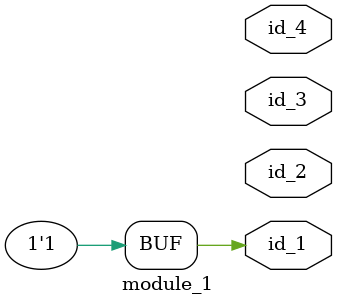
<source format=v>
module module_0;
  wire id_1;
  wire id_3;
  wire id_4;
endmodule
module module_1 #(
    parameter id_6 = 32'd19,
    parameter id_7 = 32'd84
) (
    id_1,
    id_2,
    id_3,
    id_4
);
  output wire id_4;
  output wire id_3;
  output wire id_2;
  output wire id_1;
  assign id_2[1>=1] = id_5 == !id_5;
  module_0 modCall_1 ();
  assign id_1 = 1;
  generate
    if (1'b0) begin : LABEL_0
      defparam id_6.id_7 = 1'h0;
      wire id_8;
    end
  endgenerate
endmodule

</source>
